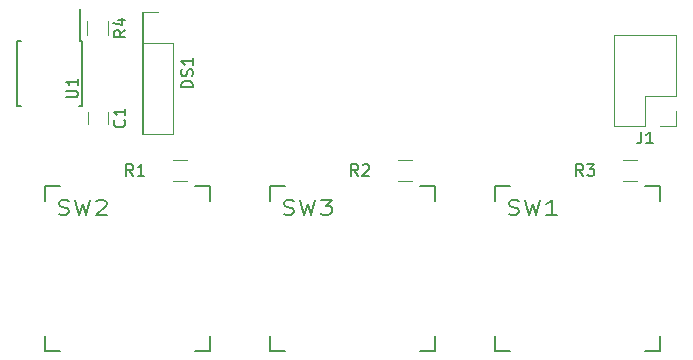
<source format=gbr>
G04 #@! TF.GenerationSoftware,KiCad,Pcbnew,(5.0.1)-4*
G04 #@! TF.CreationDate,2019-08-19T00:57:11-04:00*
G04 #@! TF.ProjectId,KeebCard,4B656562436172642E6B696361645F70,rev?*
G04 #@! TF.SameCoordinates,Original*
G04 #@! TF.FileFunction,Legend,Top*
G04 #@! TF.FilePolarity,Positive*
%FSLAX46Y46*%
G04 Gerber Fmt 4.6, Leading zero omitted, Abs format (unit mm)*
G04 Created by KiCad (PCBNEW (5.0.1)-4) date 8/19/2019 12:57:11 AM*
%MOMM*%
%LPD*%
G01*
G04 APERTURE LIST*
%ADD10C,0.150000*%
%ADD11C,0.120000*%
%ADD12C,0.203200*%
%ADD13C,2.387400*%
%ADD14C,2.686000*%
%ADD15R,1.900000X1.700000*%
%ADD16R,1.650000X1.900000*%
%ADD17R,1.700000X1.900000*%
%ADD18R,1.050000X2.305000*%
%ADD19R,2.100000X2.100000*%
%ADD20O,2.100000X2.100000*%
%ADD21C,4.200000*%
G04 APERTURE END LIST*
D10*
G04 #@! TO.C,SW2*
X129921000Y-116967000D02*
X131191000Y-116967000D01*
X129921000Y-118237000D02*
X129921000Y-116967000D01*
X143891000Y-116967000D02*
X142621000Y-116967000D01*
X143891000Y-118237000D02*
X143891000Y-116967000D01*
X143891000Y-130937000D02*
X142621000Y-130937000D01*
X143891000Y-129667000D02*
X143891000Y-130937000D01*
X129921000Y-130937000D02*
X129921000Y-129667000D01*
X131191000Y-130937000D02*
X129921000Y-130937000D01*
G04 #@! TO.C,SW3*
X148971000Y-116967000D02*
X150241000Y-116967000D01*
X148971000Y-118237000D02*
X148971000Y-116967000D01*
X162941000Y-116967000D02*
X161671000Y-116967000D01*
X162941000Y-118237000D02*
X162941000Y-116967000D01*
X162941000Y-130937000D02*
X161671000Y-130937000D01*
X162941000Y-129667000D02*
X162941000Y-130937000D01*
X148971000Y-130937000D02*
X148971000Y-129667000D01*
X150241000Y-130937000D02*
X148971000Y-130937000D01*
G04 #@! TO.C,SW1*
X168021000Y-116967000D02*
X169291000Y-116967000D01*
X168021000Y-118237000D02*
X168021000Y-116967000D01*
X181991000Y-116967000D02*
X180721000Y-116967000D01*
X181991000Y-118237000D02*
X181991000Y-116967000D01*
X181991000Y-130937000D02*
X180721000Y-130937000D01*
X181991000Y-129667000D02*
X181991000Y-130937000D01*
X168021000Y-130937000D02*
X168021000Y-129667000D01*
X169291000Y-130937000D02*
X168021000Y-130937000D01*
D11*
G04 #@! TO.C,R1*
X140751000Y-114817000D02*
X141951000Y-114817000D01*
X141951000Y-116577000D02*
X140751000Y-116577000D01*
G04 #@! TO.C,R2*
X159801000Y-114817000D02*
X161001000Y-114817000D01*
X161001000Y-116577000D02*
X159801000Y-116577000D01*
G04 #@! TO.C,R3*
X178851000Y-114817000D02*
X180051000Y-114817000D01*
X180051000Y-116577000D02*
X178851000Y-116577000D01*
G04 #@! TO.C,C1*
X133516000Y-110752000D02*
X133516000Y-111752000D01*
X135216000Y-111752000D02*
X135216000Y-110752000D01*
G04 #@! TO.C,R4*
X133486000Y-104232000D02*
X133486000Y-103032000D01*
X135246000Y-103032000D02*
X135246000Y-104232000D01*
D10*
G04 #@! TO.C,U1*
X133081000Y-104712000D02*
X132876000Y-104712000D01*
X133081000Y-110212000D02*
X132781000Y-110212000D01*
X127571000Y-110212000D02*
X127871000Y-110212000D01*
X127571000Y-104712000D02*
X127871000Y-104712000D01*
X133081000Y-104712000D02*
X133081000Y-110212000D01*
X127571000Y-104712000D02*
X127571000Y-110212000D01*
X132876000Y-104712000D02*
X132876000Y-102012000D01*
D11*
G04 #@! TO.C,J1*
X183321000Y-104207000D02*
X178121000Y-104207000D01*
X183321000Y-109347000D02*
X183321000Y-104207000D01*
X178121000Y-111947000D02*
X178121000Y-104207000D01*
X183321000Y-109347000D02*
X180721000Y-109347000D01*
X180721000Y-109347000D02*
X180721000Y-111947000D01*
X180721000Y-111947000D02*
X178121000Y-111947000D01*
X183321000Y-110617000D02*
X183321000Y-111947000D01*
X183321000Y-111947000D02*
X181991000Y-111947000D01*
D10*
G04 #@! TO.C,DS1*
X138176000Y-112522000D02*
X138176000Y-102362000D01*
D11*
X138116000Y-112582000D02*
X140776000Y-112582000D01*
X138116000Y-104902000D02*
X138116000Y-112582000D01*
X140776000Y-104902000D02*
X140776000Y-112582000D01*
X138116000Y-104902000D02*
X140776000Y-104902000D01*
X138116000Y-103632000D02*
X138116000Y-102302000D01*
X138116000Y-102302000D02*
X139446000Y-102302000D01*
G04 #@! TO.C,SW2*
D12*
X131064000Y-119386047D02*
X131281714Y-119446523D01*
X131644571Y-119446523D01*
X131789714Y-119386047D01*
X131862285Y-119325571D01*
X131934857Y-119204619D01*
X131934857Y-119083666D01*
X131862285Y-118962714D01*
X131789714Y-118902238D01*
X131644571Y-118841761D01*
X131354285Y-118781285D01*
X131209142Y-118720809D01*
X131136571Y-118660333D01*
X131064000Y-118539380D01*
X131064000Y-118418428D01*
X131136571Y-118297476D01*
X131209142Y-118237000D01*
X131354285Y-118176523D01*
X131717142Y-118176523D01*
X131934857Y-118237000D01*
X132442857Y-118176523D02*
X132805714Y-119446523D01*
X133096000Y-118539380D01*
X133386285Y-119446523D01*
X133749142Y-118176523D01*
X134257142Y-118297476D02*
X134329714Y-118237000D01*
X134474857Y-118176523D01*
X134837714Y-118176523D01*
X134982857Y-118237000D01*
X135055428Y-118297476D01*
X135128000Y-118418428D01*
X135128000Y-118539380D01*
X135055428Y-118720809D01*
X134184571Y-119446523D01*
X135128000Y-119446523D01*
G04 #@! TO.C,SW3*
X150114000Y-119386047D02*
X150331714Y-119446523D01*
X150694571Y-119446523D01*
X150839714Y-119386047D01*
X150912285Y-119325571D01*
X150984857Y-119204619D01*
X150984857Y-119083666D01*
X150912285Y-118962714D01*
X150839714Y-118902238D01*
X150694571Y-118841761D01*
X150404285Y-118781285D01*
X150259142Y-118720809D01*
X150186571Y-118660333D01*
X150114000Y-118539380D01*
X150114000Y-118418428D01*
X150186571Y-118297476D01*
X150259142Y-118237000D01*
X150404285Y-118176523D01*
X150767142Y-118176523D01*
X150984857Y-118237000D01*
X151492857Y-118176523D02*
X151855714Y-119446523D01*
X152146000Y-118539380D01*
X152436285Y-119446523D01*
X152799142Y-118176523D01*
X153234571Y-118176523D02*
X154178000Y-118176523D01*
X153670000Y-118660333D01*
X153887714Y-118660333D01*
X154032857Y-118720809D01*
X154105428Y-118781285D01*
X154178000Y-118902238D01*
X154178000Y-119204619D01*
X154105428Y-119325571D01*
X154032857Y-119386047D01*
X153887714Y-119446523D01*
X153452285Y-119446523D01*
X153307142Y-119386047D01*
X153234571Y-119325571D01*
G04 #@! TO.C,SW1*
X169164000Y-119386047D02*
X169381714Y-119446523D01*
X169744571Y-119446523D01*
X169889714Y-119386047D01*
X169962285Y-119325571D01*
X170034857Y-119204619D01*
X170034857Y-119083666D01*
X169962285Y-118962714D01*
X169889714Y-118902238D01*
X169744571Y-118841761D01*
X169454285Y-118781285D01*
X169309142Y-118720809D01*
X169236571Y-118660333D01*
X169164000Y-118539380D01*
X169164000Y-118418428D01*
X169236571Y-118297476D01*
X169309142Y-118237000D01*
X169454285Y-118176523D01*
X169817142Y-118176523D01*
X170034857Y-118237000D01*
X170542857Y-118176523D02*
X170905714Y-119446523D01*
X171196000Y-118539380D01*
X171486285Y-119446523D01*
X171849142Y-118176523D01*
X173228000Y-119446523D02*
X172357142Y-119446523D01*
X172792571Y-119446523D02*
X172792571Y-118176523D01*
X172647428Y-118357952D01*
X172502285Y-118478904D01*
X172357142Y-118539380D01*
G04 #@! TO.C,R1*
D10*
X137374333Y-116149380D02*
X137041000Y-115673190D01*
X136802904Y-116149380D02*
X136802904Y-115149380D01*
X137183857Y-115149380D01*
X137279095Y-115197000D01*
X137326714Y-115244619D01*
X137374333Y-115339857D01*
X137374333Y-115482714D01*
X137326714Y-115577952D01*
X137279095Y-115625571D01*
X137183857Y-115673190D01*
X136802904Y-115673190D01*
X138326714Y-116149380D02*
X137755285Y-116149380D01*
X138041000Y-116149380D02*
X138041000Y-115149380D01*
X137945761Y-115292238D01*
X137850523Y-115387476D01*
X137755285Y-115435095D01*
G04 #@! TO.C,R2*
X156424333Y-116149380D02*
X156091000Y-115673190D01*
X155852904Y-116149380D02*
X155852904Y-115149380D01*
X156233857Y-115149380D01*
X156329095Y-115197000D01*
X156376714Y-115244619D01*
X156424333Y-115339857D01*
X156424333Y-115482714D01*
X156376714Y-115577952D01*
X156329095Y-115625571D01*
X156233857Y-115673190D01*
X155852904Y-115673190D01*
X156805285Y-115244619D02*
X156852904Y-115197000D01*
X156948142Y-115149380D01*
X157186238Y-115149380D01*
X157281476Y-115197000D01*
X157329095Y-115244619D01*
X157376714Y-115339857D01*
X157376714Y-115435095D01*
X157329095Y-115577952D01*
X156757666Y-116149380D01*
X157376714Y-116149380D01*
G04 #@! TO.C,R3*
X175474333Y-116149380D02*
X175141000Y-115673190D01*
X174902904Y-116149380D02*
X174902904Y-115149380D01*
X175283857Y-115149380D01*
X175379095Y-115197000D01*
X175426714Y-115244619D01*
X175474333Y-115339857D01*
X175474333Y-115482714D01*
X175426714Y-115577952D01*
X175379095Y-115625571D01*
X175283857Y-115673190D01*
X174902904Y-115673190D01*
X175807666Y-115149380D02*
X176426714Y-115149380D01*
X176093380Y-115530333D01*
X176236238Y-115530333D01*
X176331476Y-115577952D01*
X176379095Y-115625571D01*
X176426714Y-115720809D01*
X176426714Y-115958904D01*
X176379095Y-116054142D01*
X176331476Y-116101761D01*
X176236238Y-116149380D01*
X175950523Y-116149380D01*
X175855285Y-116101761D01*
X175807666Y-116054142D01*
G04 #@! TO.C,C1*
X136628142Y-111418666D02*
X136675761Y-111466285D01*
X136723380Y-111609142D01*
X136723380Y-111704380D01*
X136675761Y-111847238D01*
X136580523Y-111942476D01*
X136485285Y-111990095D01*
X136294809Y-112037714D01*
X136151952Y-112037714D01*
X135961476Y-111990095D01*
X135866238Y-111942476D01*
X135771000Y-111847238D01*
X135723380Y-111704380D01*
X135723380Y-111609142D01*
X135771000Y-111466285D01*
X135818619Y-111418666D01*
X136723380Y-110466285D02*
X136723380Y-111037714D01*
X136723380Y-110752000D02*
X135723380Y-110752000D01*
X135866238Y-110847238D01*
X135961476Y-110942476D01*
X136009095Y-111037714D01*
G04 #@! TO.C,R4*
X136723380Y-103798666D02*
X136247190Y-104132000D01*
X136723380Y-104370095D02*
X135723380Y-104370095D01*
X135723380Y-103989142D01*
X135771000Y-103893904D01*
X135818619Y-103846285D01*
X135913857Y-103798666D01*
X136056714Y-103798666D01*
X136151952Y-103846285D01*
X136199571Y-103893904D01*
X136247190Y-103989142D01*
X136247190Y-104370095D01*
X136056714Y-102941523D02*
X136723380Y-102941523D01*
X135675761Y-103179619D02*
X136390047Y-103417714D01*
X136390047Y-102798666D01*
G04 #@! TO.C,U1*
X131683380Y-109493904D02*
X132492904Y-109493904D01*
X132588142Y-109446285D01*
X132635761Y-109398666D01*
X132683380Y-109303428D01*
X132683380Y-109112952D01*
X132635761Y-109017714D01*
X132588142Y-108970095D01*
X132492904Y-108922476D01*
X131683380Y-108922476D01*
X132683380Y-107922476D02*
X132683380Y-108493904D01*
X132683380Y-108208190D02*
X131683380Y-108208190D01*
X131826238Y-108303428D01*
X131921476Y-108398666D01*
X131969095Y-108493904D01*
G04 #@! TO.C,J1*
X180387666Y-112399380D02*
X180387666Y-113113666D01*
X180340047Y-113256523D01*
X180244809Y-113351761D01*
X180101952Y-113399380D01*
X180006714Y-113399380D01*
X181387666Y-113399380D02*
X180816238Y-113399380D01*
X181101952Y-113399380D02*
X181101952Y-112399380D01*
X181006714Y-112542238D01*
X180911476Y-112637476D01*
X180816238Y-112685095D01*
G04 #@! TO.C,DS1*
X142438380Y-108656285D02*
X141438380Y-108656285D01*
X141438380Y-108418190D01*
X141486000Y-108275333D01*
X141581238Y-108180095D01*
X141676476Y-108132476D01*
X141866952Y-108084857D01*
X142009809Y-108084857D01*
X142200285Y-108132476D01*
X142295523Y-108180095D01*
X142390761Y-108275333D01*
X142438380Y-108418190D01*
X142438380Y-108656285D01*
X142390761Y-107703904D02*
X142438380Y-107561047D01*
X142438380Y-107322952D01*
X142390761Y-107227714D01*
X142343142Y-107180095D01*
X142247904Y-107132476D01*
X142152666Y-107132476D01*
X142057428Y-107180095D01*
X142009809Y-107227714D01*
X141962190Y-107322952D01*
X141914571Y-107513428D01*
X141866952Y-107608666D01*
X141819333Y-107656285D01*
X141724095Y-107703904D01*
X141628857Y-107703904D01*
X141533619Y-107656285D01*
X141486000Y-107608666D01*
X141438380Y-107513428D01*
X141438380Y-107275333D01*
X141486000Y-107132476D01*
X142438380Y-106180095D02*
X142438380Y-106751523D01*
X142438380Y-106465809D02*
X141438380Y-106465809D01*
X141581238Y-106561047D01*
X141676476Y-106656285D01*
X141724095Y-106751523D01*
G04 #@! TD*
%LPC*%
D13*
G04 #@! TO.C,SW2*
X131906000Y-127752000D03*
X136906000Y-129852000D03*
D14*
X134366000Y-129032000D03*
X140716000Y-126492000D03*
G04 #@! TD*
D13*
G04 #@! TO.C,SW3*
X150956000Y-127752000D03*
X155956000Y-129852000D03*
D14*
X153416000Y-129032000D03*
X159766000Y-126492000D03*
G04 #@! TD*
D13*
G04 #@! TO.C,SW1*
X170006000Y-127752000D03*
X175006000Y-129852000D03*
D14*
X172466000Y-129032000D03*
X178816000Y-126492000D03*
G04 #@! TD*
D15*
G04 #@! TO.C,R1*
X142701000Y-115697000D03*
X140001000Y-115697000D03*
G04 #@! TD*
G04 #@! TO.C,R2*
X161751000Y-115697000D03*
X159051000Y-115697000D03*
G04 #@! TD*
G04 #@! TO.C,R3*
X180801000Y-115697000D03*
X178101000Y-115697000D03*
G04 #@! TD*
D16*
G04 #@! TO.C,C1*
X134366000Y-112502000D03*
X134366000Y-110002000D03*
G04 #@! TD*
D17*
G04 #@! TO.C,R4*
X134366000Y-102282000D03*
X134366000Y-104982000D03*
G04 #@! TD*
D18*
G04 #@! TO.C,U1*
X132231000Y-102962000D03*
X130961000Y-102962000D03*
X129691000Y-102962000D03*
X128421000Y-102962000D03*
X128421000Y-111962000D03*
X129691000Y-111962000D03*
X130961000Y-111962000D03*
X132231000Y-111962000D03*
G04 #@! TD*
D19*
G04 #@! TO.C,J1*
X181991000Y-110617000D03*
D20*
X179451000Y-110617000D03*
X181991000Y-108077000D03*
X179451000Y-108077000D03*
X181991000Y-105537000D03*
X179451000Y-105537000D03*
G04 #@! TD*
D19*
G04 #@! TO.C,DS1*
X139446000Y-103632000D03*
D20*
X139446000Y-106172000D03*
X139446000Y-108712000D03*
X139446000Y-111252000D03*
G04 #@! TD*
D21*
G04 #@! TO.C,REF\002A\002A*
X183642000Y-101346000D03*
G04 #@! TD*
M02*

</source>
